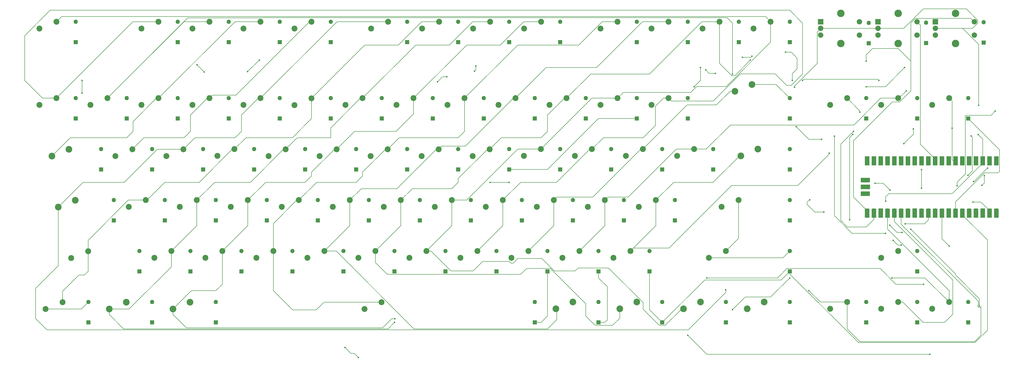
<source format=gbr>
%TF.GenerationSoftware,KiCad,Pcbnew,9.0.0*%
%TF.CreationDate,2025-03-26T17:33:26+05:30*%
%TF.ProjectId,RoyBoard,526f7942-6f61-4726-942e-6b696361645f,rev?*%
%TF.SameCoordinates,Original*%
%TF.FileFunction,Copper,L2,Bot*%
%TF.FilePolarity,Positive*%
%FSLAX46Y46*%
G04 Gerber Fmt 4.6, Leading zero omitted, Abs format (unit mm)*
G04 Created by KiCad (PCBNEW 9.0.0) date 2025-03-26 17:33:26*
%MOMM*%
%LPD*%
G01*
G04 APERTURE LIST*
%TA.AperFunction,ComponentPad*%
%ADD10C,2.200000*%
%TD*%
%TA.AperFunction,ComponentPad*%
%ADD11C,2.500000*%
%TD*%
%TA.AperFunction,ComponentPad*%
%ADD12R,2.000000X2.000000*%
%TD*%
%TA.AperFunction,ComponentPad*%
%ADD13C,2.000000*%
%TD*%
%TA.AperFunction,ComponentPad*%
%ADD14C,2.800000*%
%TD*%
%TA.AperFunction,ComponentPad*%
%ADD15R,1.600000X1.600000*%
%TD*%
%TA.AperFunction,ComponentPad*%
%ADD16O,1.600000X1.600000*%
%TD*%
%TA.AperFunction,ComponentPad*%
%ADD17O,1.700000X1.700000*%
%TD*%
%TA.AperFunction,SMDPad,CuDef*%
%ADD18R,1.700000X3.500000*%
%TD*%
%TA.AperFunction,ComponentPad*%
%ADD19R,1.700000X1.700000*%
%TD*%
%TA.AperFunction,SMDPad,CuDef*%
%ADD20R,3.500000X1.700000*%
%TD*%
%TA.AperFunction,ViaPad*%
%ADD21C,0.600000*%
%TD*%
%TA.AperFunction,Conductor*%
%ADD22C,0.200000*%
%TD*%
G04 APERTURE END LIST*
D10*
%TO.P,SW70,1,1*%
%TO.N,col10*%
X171775000Y-145120000D03*
%TO.P,SW70,2,2*%
%TO.N,Net-(D70-A)*%
X165425000Y-147660000D03*
%TD*%
%TO.P,SW10,1,1*%
%TO.N,col10*%
X259960000Y-40325000D03*
%TO.P,SW10,2,2*%
%TO.N,Net-(D10-A)*%
X253610000Y-42865000D03*
%TD*%
D11*
%TO.P,SW27,1,1*%
%TO.N,col3*%
X303755000Y-66330000D03*
%TO.P,SW27,2,2*%
%TO.N,Net-(D27-A)*%
X310105000Y-63790000D03*
%TD*%
D10*
%TO.P,SW58,1,1*%
%TO.N,col10*%
X131372500Y-126050000D03*
%TO.P,SW58,2,2*%
%TO.N,Net-(D58-A)*%
X125022500Y-128590000D03*
%TD*%
D11*
%TO.P,SW73,1,1*%
%TO.N,col1*%
X284537500Y-147600000D03*
%TO.P,SW73,2,2*%
%TO.N,Net-(D73-A)*%
X290887500Y-145060000D03*
%TD*%
D10*
%TO.P,SW57,1,1*%
%TO.N,col9*%
X112322500Y-126050000D03*
%TO.P,SW57,2,2*%
%TO.N,Net-(D57-A)*%
X105972500Y-128590000D03*
%TD*%
%TO.P,SW61,1,1*%
%TO.N,col1*%
X188522500Y-126050000D03*
%TO.P,SW61,2,2*%
%TO.N,Net-(D61-A)*%
X182172500Y-128590000D03*
%TD*%
%TO.P,SW53,1,1*%
%TO.N,col5*%
X274247500Y-107000000D03*
%TO.P,SW53,2,2*%
%TO.N,Net-(D53-A)*%
X267897500Y-109540000D03*
%TD*%
D11*
%TO.P,SW41,1,1*%
%TO.N,col5*%
X305995000Y-90455000D03*
%TO.P,SW41,2,2*%
%TO.N,Net-(D41-A)*%
X312345000Y-87915000D03*
%TD*%
D10*
%TO.P,SW80,1,1*%
%TO.N,col8*%
X364735000Y-145100000D03*
%TO.P,SW80,2,2*%
%TO.N,Net-(D80-A)*%
X358385000Y-147640000D03*
%TD*%
%TO.P,SW78,1,1*%
%TO.N,col6*%
X364735000Y-126050000D03*
%TO.P,SW78,2,2*%
%TO.N,Net-(D78-A)*%
X358385000Y-128590000D03*
%TD*%
%TO.P,SW43,1,1*%
%TO.N,col7*%
X83747500Y-107000000D03*
%TO.P,SW43,2,2*%
%TO.N,Net-(D43-A)*%
X77397500Y-109540000D03*
%TD*%
%TO.P,SW40,1,1*%
%TO.N,col4*%
X288515000Y-87945000D03*
%TO.P,SW40,2,2*%
%TO.N,Net-(D40-A)*%
X282165000Y-90485000D03*
%TD*%
%TO.P,SW24,1,1*%
%TO.N,col12*%
X240910000Y-68900000D03*
%TO.P,SW24,2,2*%
%TO.N,Net-(D24-A)*%
X234560000Y-71440000D03*
%TD*%
%TO.P,SW14,1,1*%
%TO.N,col2*%
X50387500Y-68870000D03*
%TO.P,SW14,2,2*%
%TO.N,Net-(D14-A)*%
X44037500Y-71410000D03*
%TD*%
%TO.P,SW46,1,1*%
%TO.N,col10*%
X140897500Y-107000000D03*
%TO.P,SW46,2,2*%
%TO.N,Net-(D46-A)*%
X134547500Y-109540000D03*
%TD*%
%TO.P,SW33,1,1*%
%TO.N,col9*%
X155025000Y-87975000D03*
%TO.P,SW33,2,2*%
%TO.N,Net-(D33-A)*%
X148675000Y-90515000D03*
%TD*%
%TO.P,SW31,1,1*%
%TO.N,col7*%
X116875000Y-87945000D03*
%TO.P,SW31,2,2*%
%TO.N,Net-(D31-A)*%
X110525000Y-90485000D03*
%TD*%
%TO.P,SW54,1,1*%
%TO.N,col6*%
X305175000Y-107000000D03*
%TO.P,SW54,2,2*%
%TO.N,Net-(D54-A)*%
X298825000Y-109540000D03*
%TD*%
%TO.P,SW30,1,1*%
%TO.N,col6*%
X97795000Y-87965000D03*
%TO.P,SW30,2,2*%
%TO.N,Net-(D30-A)*%
X91445000Y-90505000D03*
%TD*%
%TO.P,SW19,1,1*%
%TO.N,col7*%
X145655000Y-68925000D03*
%TO.P,SW19,2,2*%
%TO.N,Net-(D19-A)*%
X139305000Y-71465000D03*
%TD*%
%TO.P,SW47,1,1*%
%TO.N,col11*%
X159947500Y-107000000D03*
%TO.P,SW47,2,2*%
%TO.N,Net-(D47-A)*%
X153597500Y-109540000D03*
%TD*%
D12*
%TO.P,SW84,A,A*%
%TO.N,ec1_3*%
X378666250Y-40325000D03*
D13*
%TO.P,SW84,B,B*%
%TO.N,ec2_3*%
X378666250Y-45325000D03*
%TO.P,SW84,C,C*%
%TO.N,GND*%
X378666250Y-42825000D03*
D14*
%TO.P,SW84,MP*%
%TO.N,N/C*%
X386166250Y-37225000D03*
X386166250Y-48425000D03*
D13*
%TO.P,SW84,S1,S1*%
%TO.N,col12*%
X393166250Y-40325000D03*
%TO.P,SW84,S2,S2*%
%TO.N,Net-(D84-A)*%
X393166250Y-45325000D03*
%TD*%
D10*
%TO.P,SW1,1,1*%
%TO.N,col1*%
X50410000Y-40325000D03*
%TO.P,SW1,2,2*%
%TO.N,Net-(D1-A)*%
X44060000Y-42865000D03*
%TD*%
%TO.P,SW81,1,1*%
%TO.N,col9*%
X383785000Y-145100000D03*
%TO.P,SW81,2,2*%
%TO.N,Net-(D81-A)*%
X377435000Y-147640000D03*
%TD*%
%TO.P,SW75,1,1*%
%TO.N,col3*%
X345685000Y-68900000D03*
%TO.P,SW75,2,2*%
%TO.N,Net-(D75-A)*%
X339335000Y-71440000D03*
%TD*%
%TO.P,SW44,1,1*%
%TO.N,col8*%
X102797500Y-107000000D03*
%TO.P,SW44,2,2*%
%TO.N,Net-(D44-A)*%
X96447500Y-109540000D03*
%TD*%
%TO.P,SW25,1,1*%
%TO.N,col1*%
X259960000Y-68900000D03*
%TO.P,SW25,2,2*%
%TO.N,Net-(D25-A)*%
X253610000Y-71440000D03*
%TD*%
%TO.P,SW3,1,1*%
%TO.N,col3*%
X107560000Y-40325000D03*
%TO.P,SW3,2,2*%
%TO.N,Net-(D3-A)*%
X101210000Y-42865000D03*
%TD*%
%TO.P,SW35,1,1*%
%TO.N,col11*%
X193135000Y-87965000D03*
%TO.P,SW35,2,2*%
%TO.N,Net-(D35-A)*%
X186785000Y-90505000D03*
%TD*%
%TO.P,SW56,1,1*%
%TO.N,col8*%
X93272500Y-126050000D03*
%TO.P,SW56,2,2*%
%TO.N,Net-(D56-A)*%
X86922500Y-128590000D03*
%TD*%
%TO.P,SW67,1,1*%
%TO.N,col7*%
X52695000Y-145170000D03*
%TO.P,SW67,2,2*%
%TO.N,Net-(D67-A)*%
X46345000Y-147710000D03*
%TD*%
%TO.P,SW60,1,1*%
%TO.N,col12*%
X169472500Y-126050000D03*
%TO.P,SW60,2,2*%
%TO.N,Net-(D60-A)*%
X163122500Y-128590000D03*
%TD*%
%TO.P,SW7,1,1*%
%TO.N,col7*%
X193285000Y-40325000D03*
%TO.P,SW7,2,2*%
%TO.N,Net-(D7-A)*%
X186935000Y-42865000D03*
%TD*%
%TO.P,SW2,1,1*%
%TO.N,col2*%
X88510000Y-40325000D03*
%TO.P,SW2,2,2*%
%TO.N,Net-(D2-A)*%
X82160000Y-42865000D03*
%TD*%
%TO.P,SW77,1,1*%
%TO.N,col5*%
X383785000Y-68900000D03*
%TO.P,SW77,2,2*%
%TO.N,Net-(D77-A)*%
X377435000Y-71440000D03*
%TD*%
D11*
%TO.P,SW72,1,1*%
%TO.N,col12*%
X260757500Y-147620000D03*
%TO.P,SW72,2,2*%
%TO.N,Net-(D72-A)*%
X267107500Y-145080000D03*
%TD*%
%TO.P,SW42,1,1*%
%TO.N,col6*%
X51045000Y-109555000D03*
%TO.P,SW42,2,2*%
%TO.N,Net-(D42-A)*%
X57395000Y-107015000D03*
%TD*%
D10*
%TO.P,SW79,1,1*%
%TO.N,col7*%
X345685000Y-145100000D03*
%TO.P,SW79,2,2*%
%TO.N,Net-(D79-A)*%
X339335000Y-147640000D03*
%TD*%
%TO.P,SW13,1,1*%
%TO.N,col1*%
X317110000Y-40325000D03*
%TO.P,SW13,2,2*%
%TO.N,Net-(D13-A)*%
X310760000Y-42865000D03*
%TD*%
D11*
%TO.P,SW28,1,1*%
%TO.N,col4*%
X48655000Y-90515000D03*
%TO.P,SW28,2,2*%
%TO.N,Net-(D28-A)*%
X55005000Y-87975000D03*
%TD*%
D10*
%TO.P,SW9,1,1*%
%TO.N,col9*%
X231385000Y-40325000D03*
%TO.P,SW9,2,2*%
%TO.N,Net-(D9-A)*%
X225035000Y-42865000D03*
%TD*%
%TO.P,SW18,1,1*%
%TO.N,col6*%
X126610000Y-68900000D03*
%TO.P,SW18,2,2*%
%TO.N,Net-(D18-A)*%
X120260000Y-71440000D03*
%TD*%
%TO.P,SW12,1,1*%
%TO.N,col12*%
X298060000Y-40325000D03*
%TO.P,SW12,2,2*%
%TO.N,Net-(D12-A)*%
X291710000Y-42865000D03*
%TD*%
%TO.P,SW50,1,1*%
%TO.N,col2*%
X217097500Y-107000000D03*
%TO.P,SW50,2,2*%
%TO.N,Net-(D50-A)*%
X210747500Y-109540000D03*
%TD*%
%TO.P,SW63,1,1*%
%TO.N,col3*%
X226622500Y-126050000D03*
%TO.P,SW63,2,2*%
%TO.N,Net-(D63-A)*%
X220272500Y-128590000D03*
%TD*%
%TO.P,SW59,1,1*%
%TO.N,col11*%
X150422500Y-126050000D03*
%TO.P,SW59,2,2*%
%TO.N,Net-(D59-A)*%
X144072500Y-128590000D03*
%TD*%
%TO.P,SW21,1,1*%
%TO.N,col9*%
X183760000Y-68900000D03*
%TO.P,SW21,2,2*%
%TO.N,Net-(D21-A)*%
X177410000Y-71440000D03*
%TD*%
%TO.P,SW16,1,1*%
%TO.N,col4*%
X88510000Y-68900000D03*
%TO.P,SW16,2,2*%
%TO.N,Net-(D16-A)*%
X82160000Y-71440000D03*
%TD*%
%TO.P,SW29,1,1*%
%TO.N,col5*%
X78755000Y-87965000D03*
%TO.P,SW29,2,2*%
%TO.N,Net-(D29-A)*%
X72405000Y-90505000D03*
%TD*%
D11*
%TO.P,SW68,1,1*%
%TO.N,col8*%
X70067500Y-147680000D03*
%TO.P,SW68,2,2*%
%TO.N,Net-(D68-A)*%
X76417500Y-145140000D03*
%TD*%
%TO.P,SW74,1,1*%
%TO.N,col2*%
X308377500Y-147610000D03*
%TO.P,SW74,2,2*%
%TO.N,Net-(D74-A)*%
X314727500Y-145070000D03*
%TD*%
D10*
%TO.P,SW65,1,1*%
%TO.N,col5*%
X264722500Y-126050000D03*
%TO.P,SW65,2,2*%
%TO.N,Net-(D65-A)*%
X258372500Y-128590000D03*
%TD*%
%TO.P,SW49,1,1*%
%TO.N,col1*%
X198047500Y-107000000D03*
%TO.P,SW49,2,2*%
%TO.N,Net-(D49-A)*%
X191697500Y-109540000D03*
%TD*%
%TO.P,SW34,1,1*%
%TO.N,col10*%
X174095000Y-87975000D03*
%TO.P,SW34,2,2*%
%TO.N,Net-(D34-A)*%
X167745000Y-90515000D03*
%TD*%
%TO.P,SW37,1,1*%
%TO.N,col1*%
X231295000Y-87955000D03*
%TO.P,SW37,2,2*%
%TO.N,Net-(D37-A)*%
X224945000Y-90495000D03*
%TD*%
%TO.P,SW38,1,1*%
%TO.N,col2*%
X250355000Y-87955000D03*
%TO.P,SW38,2,2*%
%TO.N,Net-(D38-A)*%
X244005000Y-90495000D03*
%TD*%
%TO.P,SW45,1,1*%
%TO.N,col9*%
X121847500Y-107000000D03*
%TO.P,SW45,2,2*%
%TO.N,Net-(D45-A)*%
X115497500Y-109540000D03*
%TD*%
%TO.P,SW66,1,1*%
%TO.N,col6*%
X300415000Y-126040000D03*
%TO.P,SW66,2,2*%
%TO.N,Net-(D66-A)*%
X294065000Y-128580000D03*
%TD*%
%TO.P,SW17,1,1*%
%TO.N,col5*%
X107560000Y-68900000D03*
%TO.P,SW17,2,2*%
%TO.N,Net-(D17-A)*%
X101210000Y-71440000D03*
%TD*%
%TO.P,SW64,1,1*%
%TO.N,col4*%
X245672500Y-126050000D03*
%TO.P,SW64,2,2*%
%TO.N,Net-(D64-A)*%
X239322500Y-128590000D03*
%TD*%
D12*
%TO.P,SW83,A,A*%
%TO.N,ec1_1*%
X357235000Y-40325000D03*
D13*
%TO.P,SW83,B,B*%
%TO.N,ec2_1*%
X357235000Y-45325000D03*
%TO.P,SW83,C,C*%
%TO.N,GND*%
X357235000Y-42825000D03*
D14*
%TO.P,SW83,MP*%
%TO.N,N/C*%
X364735000Y-37225000D03*
X364735000Y-48425000D03*
D13*
%TO.P,SW83,S1,S1*%
%TO.N,col10*%
X371735000Y-40325000D03*
%TO.P,SW83,S2,S2*%
%TO.N,Net-(D82-A)*%
X371735000Y-45325000D03*
%TD*%
D10*
%TO.P,SW6,1,1*%
%TO.N,col6*%
X174235000Y-40325000D03*
%TO.P,SW6,2,2*%
%TO.N,Net-(D6-A)*%
X167885000Y-42865000D03*
%TD*%
%TO.P,SW15,1,1*%
%TO.N,col3*%
X69460000Y-68900000D03*
%TO.P,SW15,2,2*%
%TO.N,Net-(D15-A)*%
X63110000Y-71440000D03*
%TD*%
%TO.P,SW26,1,1*%
%TO.N,col2*%
X279010000Y-68900000D03*
%TO.P,SW26,2,2*%
%TO.N,Net-(D26-A)*%
X272660000Y-71440000D03*
%TD*%
%TO.P,SW8,1,1*%
%TO.N,col8*%
X212335000Y-40325000D03*
%TO.P,SW8,2,2*%
%TO.N,Net-(D8-A)*%
X205985000Y-42865000D03*
%TD*%
D11*
%TO.P,SW69,1,1*%
%TO.N,col9*%
X93907500Y-147680000D03*
%TO.P,SW69,2,2*%
%TO.N,Net-(D69-A)*%
X100257500Y-145140000D03*
%TD*%
D10*
%TO.P,SW48,1,1*%
%TO.N,col12*%
X178997500Y-107000000D03*
%TO.P,SW48,2,2*%
%TO.N,Net-(D48-A)*%
X172647500Y-109540000D03*
%TD*%
%TO.P,SW39,1,1*%
%TO.N,col3*%
X269445000Y-87945000D03*
%TO.P,SW39,2,2*%
%TO.N,Net-(D39-A)*%
X263095000Y-90485000D03*
%TD*%
%TO.P,SW4,1,1*%
%TO.N,col4*%
X126610000Y-40325000D03*
%TO.P,SW4,2,2*%
%TO.N,Net-(D4-A)*%
X120260000Y-42865000D03*
%TD*%
D11*
%TO.P,SW71,1,1*%
%TO.N,col11*%
X236907500Y-147640000D03*
%TO.P,SW71,2,2*%
%TO.N,Net-(D71-A)*%
X243257500Y-145100000D03*
%TD*%
D10*
%TO.P,SW52,1,1*%
%TO.N,col4*%
X255197500Y-107000000D03*
%TO.P,SW52,2,2*%
%TO.N,Net-(D52-A)*%
X248847500Y-109540000D03*
%TD*%
%TO.P,SW23,1,1*%
%TO.N,col11*%
X221860000Y-68900000D03*
%TO.P,SW23,2,2*%
%TO.N,Net-(D23-A)*%
X215510000Y-71440000D03*
%TD*%
%TO.P,SW76,1,1*%
%TO.N,col4*%
X364735000Y-68900000D03*
%TO.P,SW76,2,2*%
%TO.N,Net-(D76-A)*%
X358385000Y-71440000D03*
%TD*%
D12*
%TO.P,SW82,A,A*%
%TO.N,ec1_2*%
X335803750Y-40325000D03*
D13*
%TO.P,SW82,B,B*%
%TO.N,ec2_2*%
X335803750Y-45325000D03*
%TO.P,SW82,C,C*%
%TO.N,GND*%
X335803750Y-42825000D03*
D14*
%TO.P,SW82,MP*%
%TO.N,N/C*%
X343303750Y-37225000D03*
X343303750Y-48425000D03*
D13*
%TO.P,SW82,S1,S1*%
%TO.N,col11*%
X350303750Y-40325000D03*
%TO.P,SW82,S2,S2*%
%TO.N,Net-(D83-A)*%
X350303750Y-45325000D03*
%TD*%
D10*
%TO.P,SW22,1,1*%
%TO.N,col10*%
X202810000Y-68900000D03*
%TO.P,SW22,2,2*%
%TO.N,Net-(D22-A)*%
X196460000Y-71440000D03*
%TD*%
%TO.P,SW62,1,1*%
%TO.N,col2*%
X207572500Y-126050000D03*
%TO.P,SW62,2,2*%
%TO.N,Net-(D62-A)*%
X201222500Y-128590000D03*
%TD*%
%TO.P,SW51,1,1*%
%TO.N,col3*%
X236147500Y-107000000D03*
%TO.P,SW51,2,2*%
%TO.N,Net-(D51-A)*%
X229797500Y-109540000D03*
%TD*%
%TO.P,SW20,1,1*%
%TO.N,col8*%
X164710000Y-68900000D03*
%TO.P,SW20,2,2*%
%TO.N,Net-(D20-A)*%
X158360000Y-71440000D03*
%TD*%
%TO.P,SW55,1,1*%
%TO.N,col7*%
X62205000Y-126120000D03*
%TO.P,SW55,2,2*%
%TO.N,Net-(D55-A)*%
X55855000Y-128660000D03*
%TD*%
%TO.P,SW36,1,1*%
%TO.N,col12*%
X212205000Y-87965000D03*
%TO.P,SW36,2,2*%
%TO.N,Net-(D36-A)*%
X205855000Y-90505000D03*
%TD*%
%TO.P,SW11,1,1*%
%TO.N,col11*%
X279010000Y-40325000D03*
%TO.P,SW11,2,2*%
%TO.N,Net-(D11-A)*%
X272660000Y-42865000D03*
%TD*%
%TO.P,SW5,1,1*%
%TO.N,col5*%
X145660000Y-40325000D03*
%TO.P,SW5,2,2*%
%TO.N,Net-(D5-A)*%
X139310000Y-42865000D03*
%TD*%
%TO.P,SW32,1,1*%
%TO.N,col8*%
X135945000Y-87985000D03*
%TO.P,SW32,2,2*%
%TO.N,Net-(D32-A)*%
X129595000Y-90525000D03*
%TD*%
D15*
%TO.P,D53,1,K*%
%TO.N,row5*%
X281391250Y-114620000D03*
D16*
%TO.P,D53,2,A*%
%TO.N,Net-(D53-A)*%
X281391250Y-107000000D03*
%TD*%
D15*
%TO.P,D73,1,K*%
%TO.N,row7*%
X300441250Y-152720000D03*
D16*
%TO.P,D73,2,A*%
%TO.N,Net-(D73-A)*%
X300441250Y-145100000D03*
%TD*%
D15*
%TO.P,D2,1,K*%
%TO.N,row1*%
X95653750Y-47945000D03*
D16*
%TO.P,D2,2,A*%
%TO.N,Net-(D2-A)*%
X95653750Y-40325000D03*
%TD*%
D15*
%TO.P,D61,1,K*%
%TO.N,row6*%
X195666250Y-133670000D03*
D16*
%TO.P,D61,2,A*%
%TO.N,Net-(D61-A)*%
X195666250Y-126050000D03*
%TD*%
D15*
%TO.P,D15,1,K*%
%TO.N,row2*%
X76603750Y-76520000D03*
D16*
%TO.P,D15,2,A*%
%TO.N,Net-(D15-A)*%
X76603750Y-68900000D03*
%TD*%
D15*
%TO.P,D39,1,K*%
%TO.N,row4*%
X276628750Y-95570000D03*
D16*
%TO.P,D39,2,A*%
%TO.N,Net-(D39-A)*%
X276628750Y-87950000D03*
%TD*%
D15*
%TO.P,D81,1,K*%
%TO.N,row7*%
X390928750Y-152720000D03*
D16*
%TO.P,D81,2,A*%
%TO.N,Net-(D81-A)*%
X390928750Y-145100000D03*
%TD*%
D15*
%TO.P,D5,1,K*%
%TO.N,row1*%
X152803750Y-47945000D03*
D16*
%TO.P,D5,2,A*%
%TO.N,Net-(D5-A)*%
X152803750Y-40325000D03*
%TD*%
D15*
%TO.P,D44,1,K*%
%TO.N,row4*%
X109941250Y-114620000D03*
D16*
%TO.P,D44,2,A*%
%TO.N,Net-(D44-A)*%
X109941250Y-107000000D03*
%TD*%
D15*
%TO.P,D8,1,K*%
%TO.N,row1*%
X219478750Y-47945000D03*
D16*
%TO.P,D8,2,A*%
%TO.N,Net-(D8-A)*%
X219478750Y-40325000D03*
%TD*%
D15*
%TO.P,D21,1,K*%
%TO.N,row2*%
X190903750Y-76520000D03*
D16*
%TO.P,D21,2,A*%
%TO.N,Net-(D21-A)*%
X190903750Y-68900000D03*
%TD*%
D15*
%TO.P,D77,1,K*%
%TO.N,row7*%
X390928750Y-76520000D03*
D16*
%TO.P,D77,2,A*%
%TO.N,Net-(D77-A)*%
X390928750Y-68900000D03*
%TD*%
D15*
%TO.P,D1,1,K*%
%TO.N,row1*%
X57553750Y-47945000D03*
D16*
%TO.P,D1,2,A*%
%TO.N,Net-(D1-A)*%
X57553750Y-40325000D03*
%TD*%
D15*
%TO.P,D35,1,K*%
%TO.N,row3*%
X200428750Y-95570000D03*
D16*
%TO.P,D35,2,A*%
%TO.N,Net-(D35-A)*%
X200428750Y-87950000D03*
%TD*%
D15*
%TO.P,D10,1,K*%
%TO.N,row1*%
X267103750Y-47945000D03*
D16*
%TO.P,D10,2,A*%
%TO.N,Net-(D10-A)*%
X267103750Y-40325000D03*
%TD*%
D15*
%TO.P,D41,1,K*%
%TO.N,row4*%
X324253750Y-95570000D03*
D16*
%TO.P,D41,2,A*%
%TO.N,Net-(D41-A)*%
X324253750Y-87950000D03*
%TD*%
D15*
%TO.P,D42,1,K*%
%TO.N,row4*%
X71841250Y-114620000D03*
D16*
%TO.P,D42,2,A*%
%TO.N,Net-(D42-A)*%
X71841250Y-107000000D03*
%TD*%
D15*
%TO.P,D23,1,K*%
%TO.N,row2*%
X229003750Y-76520000D03*
D16*
%TO.P,D23,2,A*%
%TO.N,Net-(D23-A)*%
X229003750Y-68900000D03*
%TD*%
D15*
%TO.P,D40,1,K*%
%TO.N,row4*%
X295678750Y-95570000D03*
D16*
%TO.P,D40,2,A*%
%TO.N,Net-(D40-A)*%
X295678750Y-87950000D03*
%TD*%
D15*
%TO.P,D58,1,K*%
%TO.N,row5*%
X138516250Y-133670000D03*
D16*
%TO.P,D58,2,A*%
%TO.N,Net-(D58-A)*%
X138516250Y-126050000D03*
%TD*%
D15*
%TO.P,D60,1,K*%
%TO.N,row5*%
X176616250Y-133670000D03*
D16*
%TO.P,D60,2,A*%
%TO.N,Net-(D60-A)*%
X176616250Y-126050000D03*
%TD*%
D15*
%TO.P,D52,1,K*%
%TO.N,row5*%
X262341250Y-114620000D03*
D16*
%TO.P,D52,2,A*%
%TO.N,Net-(D52-A)*%
X262341250Y-107000000D03*
%TD*%
D15*
%TO.P,D32,1,K*%
%TO.N,row3*%
X143278750Y-95570000D03*
D16*
%TO.P,D32,2,A*%
%TO.N,Net-(D32-A)*%
X143278750Y-87950000D03*
%TD*%
D15*
%TO.P,D74,1,K*%
%TO.N,row7*%
X324253750Y-152720000D03*
D16*
%TO.P,D74,2,A*%
%TO.N,Net-(D74-A)*%
X324253750Y-145100000D03*
%TD*%
D15*
%TO.P,D26,1,K*%
%TO.N,row3*%
X286153750Y-76520000D03*
D16*
%TO.P,D26,2,A*%
%TO.N,Net-(D26-A)*%
X286153750Y-68900000D03*
%TD*%
D15*
%TO.P,D64,1,K*%
%TO.N,row6*%
X252816250Y-133670000D03*
D16*
%TO.P,D64,2,A*%
%TO.N,Net-(D64-A)*%
X252816250Y-126050000D03*
%TD*%
D15*
%TO.P,D17,1,K*%
%TO.N,row2*%
X114703750Y-76520000D03*
D16*
%TO.P,D17,2,A*%
%TO.N,Net-(D17-A)*%
X114703750Y-68900000D03*
%TD*%
D15*
%TO.P,D6,1,K*%
%TO.N,row1*%
X181378750Y-47945000D03*
D16*
%TO.P,D6,2,A*%
%TO.N,Net-(D6-A)*%
X181378750Y-40325000D03*
%TD*%
D15*
%TO.P,D27,1,K*%
%TO.N,row3*%
X324253750Y-76520000D03*
D16*
%TO.P,D27,2,A*%
%TO.N,Net-(D27-A)*%
X324253750Y-68900000D03*
%TD*%
D15*
%TO.P,D62,1,K*%
%TO.N,row6*%
X214716250Y-133670000D03*
D16*
%TO.P,D62,2,A*%
%TO.N,Net-(D62-A)*%
X214716250Y-126050000D03*
%TD*%
D15*
%TO.P,D12,1,K*%
%TO.N,row1*%
X305203750Y-47945000D03*
D16*
%TO.P,D12,2,A*%
%TO.N,Net-(D12-A)*%
X305203750Y-40325000D03*
%TD*%
D15*
%TO.P,D84,1,K*%
%TO.N,row7*%
X396685000Y-48100000D03*
D16*
%TO.P,D84,2,A*%
%TO.N,Net-(D84-A)*%
X396685000Y-40480000D03*
%TD*%
D15*
%TO.P,D20,1,K*%
%TO.N,row2*%
X171853750Y-76520000D03*
D16*
%TO.P,D20,2,A*%
%TO.N,Net-(D20-A)*%
X171853750Y-68900000D03*
%TD*%
D15*
%TO.P,D63,1,K*%
%TO.N,row6*%
X233766250Y-133670000D03*
D16*
%TO.P,D63,2,A*%
%TO.N,Net-(D63-A)*%
X233766250Y-126050000D03*
%TD*%
D15*
%TO.P,D38,1,K*%
%TO.N,row4*%
X257578750Y-95570000D03*
D16*
%TO.P,D38,2,A*%
%TO.N,Net-(D38-A)*%
X257578750Y-87950000D03*
%TD*%
D15*
%TO.P,D78,1,K*%
%TO.N,row7*%
X371878750Y-133670000D03*
D16*
%TO.P,D78,2,A*%
%TO.N,Net-(D78-A)*%
X371878750Y-126050000D03*
%TD*%
D15*
%TO.P,D67,1,K*%
%TO.N,row6*%
X62316250Y-152720000D03*
D16*
%TO.P,D67,2,A*%
%TO.N,Net-(D67-A)*%
X62316250Y-145100000D03*
%TD*%
D15*
%TO.P,D83,1,K*%
%TO.N,row7*%
X353755000Y-48370000D03*
D16*
%TO.P,D83,2,A*%
%TO.N,Net-(D83-A)*%
X353755000Y-40750000D03*
%TD*%
D15*
%TO.P,D22,1,K*%
%TO.N,row2*%
X209953750Y-76520000D03*
D16*
%TO.P,D22,2,A*%
%TO.N,Net-(D22-A)*%
X209953750Y-68900000D03*
%TD*%
D15*
%TO.P,D19,1,K*%
%TO.N,row2*%
X152803750Y-76520000D03*
D16*
%TO.P,D19,2,A*%
%TO.N,Net-(D19-A)*%
X152803750Y-68900000D03*
%TD*%
D15*
%TO.P,D51,1,K*%
%TO.N,row5*%
X243291250Y-114620000D03*
D16*
%TO.P,D51,2,A*%
%TO.N,Net-(D51-A)*%
X243291250Y-107000000D03*
%TD*%
D15*
%TO.P,D76,1,K*%
%TO.N,row7*%
X371878750Y-76520000D03*
D16*
%TO.P,D76,2,A*%
%TO.N,Net-(D76-A)*%
X371878750Y-68900000D03*
%TD*%
D15*
%TO.P,D47,1,K*%
%TO.N,row4*%
X167091250Y-114620000D03*
D16*
%TO.P,D47,2,A*%
%TO.N,Net-(D47-A)*%
X167091250Y-107000000D03*
%TD*%
D15*
%TO.P,D33,1,K*%
%TO.N,row3*%
X162328750Y-95570000D03*
D16*
%TO.P,D33,2,A*%
%TO.N,Net-(D33-A)*%
X162328750Y-87950000D03*
%TD*%
D15*
%TO.P,D18,1,K*%
%TO.N,row2*%
X133753750Y-76520000D03*
D16*
%TO.P,D18,2,A*%
%TO.N,Net-(D18-A)*%
X133753750Y-68900000D03*
%TD*%
D15*
%TO.P,D59,1,K*%
%TO.N,row5*%
X157566250Y-133670000D03*
D16*
%TO.P,D59,2,A*%
%TO.N,Net-(D59-A)*%
X157566250Y-126050000D03*
%TD*%
D15*
%TO.P,D55,1,K*%
%TO.N,row5*%
X81366250Y-133670000D03*
D16*
%TO.P,D55,2,A*%
%TO.N,Net-(D55-A)*%
X81366250Y-126050000D03*
%TD*%
D15*
%TO.P,D50,1,K*%
%TO.N,row5*%
X224241250Y-114620000D03*
D16*
%TO.P,D50,2,A*%
%TO.N,Net-(D50-A)*%
X224241250Y-107000000D03*
%TD*%
D15*
%TO.P,D49,1,K*%
%TO.N,row5*%
X205191250Y-114620000D03*
D16*
%TO.P,D49,2,A*%
%TO.N,Net-(D49-A)*%
X205191250Y-107000000D03*
%TD*%
D15*
%TO.P,D68,1,K*%
%TO.N,row6*%
X86128750Y-152720000D03*
D16*
%TO.P,D68,2,A*%
%TO.N,Net-(D68-A)*%
X86128750Y-145100000D03*
%TD*%
D15*
%TO.P,D7,1,K*%
%TO.N,row1*%
X200428750Y-47945000D03*
D16*
%TO.P,D7,2,A*%
%TO.N,Net-(D7-A)*%
X200428750Y-40325000D03*
%TD*%
D15*
%TO.P,D3,1,K*%
%TO.N,row1*%
X114703750Y-47945000D03*
D16*
%TO.P,D3,2,A*%
%TO.N,Net-(D3-A)*%
X114703750Y-40325000D03*
%TD*%
D15*
%TO.P,D71,1,K*%
%TO.N,row6*%
X252816250Y-152720000D03*
D16*
%TO.P,D71,2,A*%
%TO.N,Net-(D71-A)*%
X252816250Y-145100000D03*
%TD*%
D15*
%TO.P,D57,1,K*%
%TO.N,row5*%
X119466250Y-133670000D03*
D16*
%TO.P,D57,2,A*%
%TO.N,Net-(D57-A)*%
X119466250Y-126050000D03*
%TD*%
D15*
%TO.P,D75,1,K*%
%TO.N,row7*%
X352828750Y-76520000D03*
D16*
%TO.P,D75,2,A*%
%TO.N,Net-(D75-A)*%
X352828750Y-68900000D03*
%TD*%
D15*
%TO.P,D54,1,K*%
%TO.N,row5*%
X324253750Y-114620000D03*
D16*
%TO.P,D54,2,A*%
%TO.N,Net-(D54-A)*%
X324253750Y-107000000D03*
%TD*%
D15*
%TO.P,D9,1,K*%
%TO.N,row1*%
X238528750Y-47945000D03*
D16*
%TO.P,D9,2,A*%
%TO.N,Net-(D9-A)*%
X238528750Y-40325000D03*
%TD*%
D15*
%TO.P,D25,1,K*%
%TO.N,row3*%
X267103750Y-76520000D03*
D16*
%TO.P,D25,2,A*%
%TO.N,Net-(D25-A)*%
X267103750Y-68900000D03*
%TD*%
D15*
%TO.P,D11,1,K*%
%TO.N,row1*%
X286153750Y-47945000D03*
D16*
%TO.P,D11,2,A*%
%TO.N,Net-(D11-A)*%
X286153750Y-40325000D03*
%TD*%
D15*
%TO.P,D16,1,K*%
%TO.N,row2*%
X95653750Y-76520000D03*
D16*
%TO.P,D16,2,A*%
%TO.N,Net-(D16-A)*%
X95653750Y-68900000D03*
%TD*%
D15*
%TO.P,D46,1,K*%
%TO.N,row4*%
X148041250Y-114620000D03*
D16*
%TO.P,D46,2,A*%
%TO.N,Net-(D46-A)*%
X148041250Y-107000000D03*
%TD*%
D15*
%TO.P,D37,1,K*%
%TO.N,row4*%
X238528750Y-95570000D03*
D16*
%TO.P,D37,2,A*%
%TO.N,Net-(D37-A)*%
X238528750Y-87950000D03*
%TD*%
D15*
%TO.P,D65,1,K*%
%TO.N,row6*%
X271866250Y-133670000D03*
D16*
%TO.P,D65,2,A*%
%TO.N,Net-(D65-A)*%
X271866250Y-126050000D03*
%TD*%
D15*
%TO.P,D43,1,K*%
%TO.N,row4*%
X90891250Y-114620000D03*
D16*
%TO.P,D43,2,A*%
%TO.N,Net-(D43-A)*%
X90891250Y-107000000D03*
%TD*%
D15*
%TO.P,D66,1,K*%
%TO.N,row6*%
X324253750Y-133670000D03*
D16*
%TO.P,D66,2,A*%
%TO.N,Net-(D66-A)*%
X324253750Y-126050000D03*
%TD*%
D15*
%TO.P,D29,1,K*%
%TO.N,row3*%
X86128750Y-95570000D03*
D16*
%TO.P,D29,2,A*%
%TO.N,Net-(D29-A)*%
X86128750Y-87950000D03*
%TD*%
D15*
%TO.P,D14,1,K*%
%TO.N,row2*%
X57553750Y-76520000D03*
D16*
%TO.P,D14,2,A*%
%TO.N,Net-(D14-A)*%
X57553750Y-68900000D03*
%TD*%
D15*
%TO.P,D70,1,K*%
%TO.N,row6*%
X229003750Y-152720000D03*
D16*
%TO.P,D70,2,A*%
%TO.N,Net-(D70-A)*%
X229003750Y-145100000D03*
%TD*%
D15*
%TO.P,D31,1,K*%
%TO.N,row3*%
X124228750Y-95570000D03*
D16*
%TO.P,D31,2,A*%
%TO.N,Net-(D31-A)*%
X124228750Y-87950000D03*
%TD*%
D15*
%TO.P,D56,1,K*%
%TO.N,row5*%
X100416250Y-133670000D03*
D16*
%TO.P,D56,2,A*%
%TO.N,Net-(D56-A)*%
X100416250Y-126050000D03*
%TD*%
D15*
%TO.P,D82,1,K*%
%TO.N,row7*%
X375175000Y-48310000D03*
D16*
%TO.P,D82,2,A*%
%TO.N,Net-(D82-A)*%
X375175000Y-40690000D03*
%TD*%
D15*
%TO.P,D69,1,K*%
%TO.N,row6*%
X109941250Y-152720000D03*
D16*
%TO.P,D69,2,A*%
%TO.N,Net-(D69-A)*%
X109941250Y-145100000D03*
%TD*%
D15*
%TO.P,D72,1,K*%
%TO.N,row6*%
X276628750Y-152720000D03*
D16*
%TO.P,D72,2,A*%
%TO.N,Net-(D72-A)*%
X276628750Y-145100000D03*
%TD*%
D15*
%TO.P,D45,1,K*%
%TO.N,row4*%
X128991250Y-114620000D03*
D16*
%TO.P,D45,2,A*%
%TO.N,Net-(D45-A)*%
X128991250Y-107000000D03*
%TD*%
D15*
%TO.P,D48,1,K*%
%TO.N,row4*%
X186141250Y-114620000D03*
D16*
%TO.P,D48,2,A*%
%TO.N,Net-(D48-A)*%
X186141250Y-107000000D03*
%TD*%
D15*
%TO.P,D36,1,K*%
%TO.N,row3*%
X219478750Y-95570000D03*
D16*
%TO.P,D36,2,A*%
%TO.N,Net-(D36-A)*%
X219478750Y-87950000D03*
%TD*%
D15*
%TO.P,D4,1,K*%
%TO.N,row1*%
X133753750Y-47945000D03*
D16*
%TO.P,D4,2,A*%
%TO.N,Net-(D4-A)*%
X133753750Y-40325000D03*
%TD*%
D15*
%TO.P,D28,1,K*%
%TO.N,row3*%
X67078750Y-95570000D03*
D16*
%TO.P,D28,2,A*%
%TO.N,Net-(D28-A)*%
X67078750Y-87950000D03*
%TD*%
D15*
%TO.P,D30,1,K*%
%TO.N,row3*%
X105178750Y-95570000D03*
D16*
%TO.P,D30,2,A*%
%TO.N,Net-(D30-A)*%
X105178750Y-87950000D03*
%TD*%
D15*
%TO.P,D13,1,K*%
%TO.N,row2*%
X324253750Y-47945000D03*
D16*
%TO.P,D13,2,A*%
%TO.N,Net-(D13-A)*%
X324253750Y-40325000D03*
%TD*%
D15*
%TO.P,D24,1,K*%
%TO.N,row2*%
X248053750Y-76520000D03*
D16*
%TO.P,D24,2,A*%
%TO.N,Net-(D24-A)*%
X248053750Y-68900000D03*
%TD*%
D17*
%TO.P,U1,1,GPIO0*%
%TO.N,row1*%
X401406250Y-110968750D03*
D18*
X401406250Y-111868750D03*
D17*
%TO.P,U1,2,GPIO1*%
%TO.N,row2*%
X398866250Y-110968750D03*
D18*
X398866250Y-111868750D03*
D19*
%TO.P,U1,3,GND*%
%TO.N,unconnected-(U1-GND-Pad3)*%
X396326250Y-110968750D03*
D18*
X396326250Y-111868750D03*
D17*
%TO.P,U1,4,GPIO2*%
%TO.N,row4*%
X393786250Y-110968750D03*
D18*
X393786250Y-111868750D03*
D17*
%TO.P,U1,5,GPIO3*%
%TO.N,row5*%
X391246250Y-110968750D03*
D18*
X391246250Y-111868750D03*
D17*
%TO.P,U1,6,GPIO4*%
%TO.N,row6*%
X388706250Y-110968750D03*
D18*
X388706250Y-111868750D03*
D17*
%TO.P,U1,7,GPIO5*%
%TO.N,row7*%
X386166250Y-110968750D03*
D18*
X386166250Y-111868750D03*
D19*
%TO.P,U1,8,GND*%
%TO.N,unconnected-(U1-GND-Pad8)*%
X383626250Y-110968750D03*
D18*
X383626250Y-111868750D03*
D17*
%TO.P,U1,9,GPIO6*%
%TO.N,col1*%
X381086250Y-110968750D03*
D18*
X381086250Y-111868750D03*
D17*
%TO.P,U1,10,GPIO7*%
%TO.N,col2*%
X378546250Y-110968750D03*
D18*
X378546250Y-111868750D03*
D17*
%TO.P,U1,11,GPIO8*%
%TO.N,col3*%
X376006250Y-110968750D03*
D18*
X376006250Y-111868750D03*
D17*
%TO.P,U1,12,GPIO9*%
%TO.N,col4*%
X373466250Y-110968750D03*
D18*
X373466250Y-111868750D03*
D19*
%TO.P,U1,13,GND*%
%TO.N,unconnected-(U1-GND-Pad13)*%
X370926250Y-110968750D03*
D18*
X370926250Y-111868750D03*
D17*
%TO.P,U1,14,GPIO10*%
%TO.N,col6*%
X368386250Y-110968750D03*
D18*
X368386250Y-111868750D03*
D17*
%TO.P,U1,15,GPIO11*%
%TO.N,col7*%
X365846250Y-110968750D03*
D18*
X365846250Y-111868750D03*
D17*
%TO.P,U1,16,GPIO12*%
%TO.N,col8*%
X363306250Y-110968750D03*
D18*
X363306250Y-111868750D03*
D17*
%TO.P,U1,17,GPIO13*%
%TO.N,col9*%
X360766250Y-110968750D03*
D18*
X360766250Y-111868750D03*
D19*
%TO.P,U1,18,GND*%
%TO.N,unconnected-(U1-GND-Pad18)*%
X358226250Y-110968750D03*
D18*
X358226250Y-111868750D03*
D17*
%TO.P,U1,19,GPIO14*%
%TO.N,col11*%
X355686250Y-110968750D03*
D18*
X355686250Y-111868750D03*
D17*
%TO.P,U1,20,GPIO15*%
%TO.N,col12*%
X353146250Y-110968750D03*
D18*
X353146250Y-111868750D03*
D17*
%TO.P,U1,21,GPIO16*%
%TO.N,enc2_1*%
X353146250Y-93188750D03*
D18*
X353146250Y-92288750D03*
D17*
%TO.P,U1,22,GPIO17*%
%TO.N,enc1_1*%
X355686250Y-93188750D03*
D18*
X355686250Y-92288750D03*
D19*
%TO.P,U1,23,GND*%
%TO.N,unconnected-(U1-GND-Pad23)*%
X358226250Y-93188750D03*
D18*
X358226250Y-92288750D03*
D17*
%TO.P,U1,24,GPIO18*%
%TO.N,enc2_3*%
X360766250Y-93188750D03*
D18*
X360766250Y-92288750D03*
D17*
%TO.P,U1,25,GPIO19*%
%TO.N,enc1_3*%
X363306250Y-93188750D03*
D18*
X363306250Y-92288750D03*
D17*
%TO.P,U1,26,GPIO20*%
%TO.N,enc2_2*%
X365846250Y-93188750D03*
D18*
X365846250Y-92288750D03*
D17*
%TO.P,U1,27,GPIO21*%
%TO.N,enc1_2*%
X368386250Y-93188750D03*
D18*
X368386250Y-92288750D03*
D19*
%TO.P,U1,28,GND*%
%TO.N,unconnected-(U1-GND-Pad28)*%
X370926250Y-93188750D03*
D18*
X370926250Y-92288750D03*
D17*
%TO.P,U1,29,GPIO22*%
%TO.N,rgb*%
X373466250Y-93188750D03*
D18*
X373466250Y-92288750D03*
D17*
%TO.P,U1,30,RUN*%
%TO.N,unconnected-(U1-RUN-Pad30)*%
X376006250Y-93188750D03*
D18*
X376006250Y-92288750D03*
D17*
%TO.P,U1,31,GPIO26_ADC0*%
%TO.N,col10*%
X378546250Y-93188750D03*
D18*
X378546250Y-92288750D03*
D17*
%TO.P,U1,32,GPIO27_ADC1*%
%TO.N,row3*%
X381086250Y-93188750D03*
D18*
X381086250Y-92288750D03*
D19*
%TO.P,U1,33,AGND*%
%TO.N,unconnected-(U1-AGND-Pad33)*%
X383626250Y-93188750D03*
D18*
X383626250Y-92288750D03*
D17*
%TO.P,U1,34,GPIO28_ADC2*%
%TO.N,col5*%
X386166250Y-93188750D03*
D18*
X386166250Y-92288750D03*
D17*
%TO.P,U1,35,ADC_VREF*%
%TO.N,unconnected-(U1-ADC_VREF-Pad35)*%
X388706250Y-93188750D03*
D18*
X388706250Y-92288750D03*
D17*
%TO.P,U1,36,3V3*%
%TO.N,unconnected-(U1-3V3-Pad36)*%
X391246250Y-93188750D03*
D18*
X391246250Y-92288750D03*
D17*
%TO.P,U1,37,3V3_EN*%
%TO.N,unconnected-(U1-3V3_EN-Pad37)*%
X393786250Y-93188750D03*
D18*
X393786250Y-92288750D03*
D19*
%TO.P,U1,38,GND*%
%TO.N,GND*%
X396326250Y-93188750D03*
D18*
X396326250Y-92288750D03*
D17*
%TO.P,U1,39,VSYS*%
%TO.N,unconnected-(U1-VSYS-Pad39)*%
X398866250Y-93188750D03*
D18*
X398866250Y-92288750D03*
D17*
%TO.P,U1,40,VBUS*%
%TO.N,+5V*%
X401406250Y-93188750D03*
D18*
X401406250Y-92288750D03*
D17*
%TO.P,U1,41,SWCLK*%
%TO.N,unconnected-(U1-SWCLK-Pad41)*%
X353376250Y-104618750D03*
D20*
X352476250Y-104618750D03*
D19*
%TO.P,U1,42,GND*%
%TO.N,unconnected-(U1-GND-Pad42)*%
X353376250Y-102078750D03*
D20*
X352476250Y-102078750D03*
D17*
%TO.P,U1,43,SWDIO*%
%TO.N,unconnected-(U1-SWDIO-Pad43)*%
X353376250Y-99538750D03*
D20*
X352476250Y-99538750D03*
%TD*%
D15*
%TO.P,D34,1,K*%
%TO.N,row3*%
X181378750Y-95570000D03*
D16*
%TO.P,D34,2,A*%
%TO.N,Net-(D34-A)*%
X181378750Y-87950000D03*
%TD*%
D15*
%TO.P,D79,1,K*%
%TO.N,row7*%
X352828750Y-152720000D03*
D16*
%TO.P,D79,2,A*%
%TO.N,Net-(D79-A)*%
X352828750Y-145100000D03*
%TD*%
D15*
%TO.P,D80,1,K*%
%TO.N,row7*%
X371878750Y-152720000D03*
D16*
%TO.P,D80,2,A*%
%TO.N,Net-(D80-A)*%
X371878750Y-145100000D03*
%TD*%
D21*
%TO.N,row2*%
X367116250Y-57470000D03*
X392705000Y-107720000D03*
X352828750Y-64613750D03*
X386775000Y-101660000D03*
X401005000Y-73720000D03*
%TO.N,row3*%
X336160000Y-84263750D03*
X326635000Y-79501250D03*
%TO.N,row4*%
X392855000Y-100000000D03*
X398085000Y-94990000D03*
%TO.N,GND*%
X292845000Y-58320000D03*
X394675000Y-82530000D03*
X306615000Y-53620000D03*
X336945000Y-111490000D03*
X325195000Y-62270000D03*
X322705000Y-51710000D03*
X369504515Y-117880485D03*
X310175000Y-53200000D03*
X102845000Y-56400000D03*
X196185000Y-60870000D03*
X105556250Y-59101250D03*
X296515000Y-59650000D03*
X394815000Y-71600000D03*
X326045000Y-64820000D03*
X331705000Y-106850000D03*
X395091250Y-146510000D03*
X361615000Y-116350000D03*
X360075000Y-107400000D03*
X366145000Y-119090000D03*
X192675000Y-62790000D03*
%TO.N,Net-(D85-DOUT)*%
X59935000Y-62232500D03*
X361685000Y-103220000D03*
X356098500Y-100689750D03*
X219478750Y-100332500D03*
X59935000Y-66995000D03*
X212335000Y-100332500D03*
%TO.N,+5V*%
X395995000Y-101490000D03*
X206545000Y-58780000D03*
X121775000Y-58980000D03*
X206985000Y-56880000D03*
X126165000Y-54610000D03*
X396904265Y-97789265D03*
%TO.N,rgb*%
X373466250Y-102585000D03*
X373485000Y-95620000D03*
%TO.N,Net-(D89-DOUT)*%
X158185000Y-162120000D03*
X163145000Y-165800000D03*
X288535000Y-64613750D03*
X290916250Y-57470000D03*
%TO.N,col1*%
X383785000Y-124145000D03*
X293297500Y-136051250D03*
X374260000Y-138432500D03*
%TO.N,col3*%
X350447500Y-74138750D03*
X367398970Y-115870000D03*
X340922500Y-83063750D03*
X302822500Y-59851250D03*
X359972500Y-119382500D03*
%TO.N,col4*%
X362885000Y-122020000D03*
X367785000Y-66120000D03*
X346585000Y-114320000D03*
X365913860Y-123791140D03*
X347781140Y-82416140D03*
%TO.N,col9*%
X302822500Y-147957500D03*
X176795000Y-151370000D03*
X362353750Y-136051250D03*
X324253750Y-136051250D03*
%TO.N,col5*%
X366885000Y-85920000D03*
X338985000Y-89420000D03*
X384884999Y-80120000D03*
X370385000Y-80420000D03*
%TO.N,col6*%
X300315000Y-140460000D03*
%TO.N,col7*%
X331397500Y-140813750D03*
%TO.N,col8*%
X176616250Y-152720000D03*
X286153750Y-157482500D03*
X376641250Y-164626250D03*
%TO.N,col11*%
X348066250Y-81282500D03*
%TO.N,col12*%
X352828750Y-55088750D03*
X309541985Y-54664485D03*
%TO.N,row1*%
X390805000Y-97710000D03*
X392015000Y-83040000D03*
X357591250Y-62232500D03*
X329016250Y-62232500D03*
%TD*%
D22*
%TO.N,Net-(D89-DOUT)*%
X161665000Y-164320000D02*
X160385000Y-164320000D01*
X163145000Y-165800000D02*
X161665000Y-164320000D01*
X160385000Y-164320000D02*
X158185000Y-162120000D01*
%TO.N,row2*%
X392705000Y-107720000D02*
X395617500Y-107720000D01*
X399425000Y-75300000D02*
X389946750Y-75300000D01*
X389946750Y-75300000D02*
X389785000Y-75461750D01*
X389785000Y-75461750D02*
X389785000Y-90165500D01*
X401005000Y-73720000D02*
X399425000Y-75300000D01*
X352828750Y-64613750D02*
X359972500Y-64613750D01*
X389857250Y-90237750D02*
X389857250Y-97157750D01*
X389857250Y-97157750D02*
X386775000Y-100240000D01*
X386775000Y-100240000D02*
X386775000Y-101660000D01*
X389785000Y-90165500D02*
X389857250Y-90237750D01*
X395617500Y-107720000D02*
X398866250Y-110968750D01*
X359972500Y-64613750D02*
X367116250Y-57470000D01*
%TO.N,row3*%
X219478750Y-95570000D02*
X233766250Y-95570000D01*
X233766250Y-95570000D02*
X252816250Y-76520000D01*
X331397500Y-84263750D02*
X326635000Y-79501250D01*
X336160000Y-84263750D02*
X331397500Y-84263750D01*
X252816250Y-76520000D02*
X267103750Y-76520000D01*
%TO.N,Net-(D27-A)*%
X319143750Y-63790000D02*
X324253750Y-68900000D01*
X310105000Y-63790000D02*
X319143750Y-63790000D01*
%TO.N,row4*%
X398085000Y-94990000D02*
X393075000Y-100000000D01*
X393075000Y-100000000D02*
X392855000Y-100000000D01*
%TO.N,row6*%
X229003750Y-152720000D02*
X231385000Y-152720000D01*
X349904934Y-160264750D02*
X393476100Y-160264750D01*
X292498750Y-136850000D02*
X321073750Y-136850000D01*
X393476100Y-160264750D02*
X398072500Y-155668350D01*
X324253750Y-133670000D02*
X324253750Y-134613566D01*
X233766250Y-150338750D02*
X233766250Y-133670000D01*
X252816250Y-136051250D02*
X252816250Y-133670000D01*
X252816250Y-152720000D02*
X255197500Y-152720000D01*
X398072500Y-121897000D02*
X388706250Y-112530750D01*
X231385000Y-152720000D02*
X233766250Y-150338750D01*
X388706250Y-112530750D02*
X388706250Y-110968750D01*
X321073750Y-136850000D02*
X324253750Y-133670000D01*
X271866250Y-133670000D02*
X271866250Y-147957500D01*
X276628750Y-152720000D02*
X292498750Y-136850000D01*
X324253750Y-134613566D02*
X349904934Y-160264750D01*
X256085000Y-139320000D02*
X252816250Y-136051250D01*
X255197500Y-152720000D02*
X256085000Y-151832500D01*
X256085000Y-151832500D02*
X256085000Y-139320000D01*
X398072500Y-155668350D02*
X398072500Y-121897000D01*
X271866250Y-147957500D02*
X276628750Y-152720000D01*
%TO.N,Net-(D66-A)*%
X294065000Y-128580000D02*
X321723750Y-128580000D01*
X321723750Y-128580000D02*
X324253750Y-126050000D01*
%TO.N,Net-(D67-A)*%
X46345000Y-147710000D02*
X59706250Y-147710000D01*
X59706250Y-147710000D02*
X62316250Y-145100000D01*
%TO.N,row7*%
X386166250Y-107678750D02*
X386166250Y-110968750D01*
X397005000Y-96840000D02*
X386166250Y-107678750D01*
X402575000Y-96285819D02*
X402020819Y-96840000D01*
X402575000Y-88166250D02*
X402575000Y-96285819D01*
X390928750Y-76520000D02*
X402575000Y-88166250D01*
X402020819Y-96840000D02*
X397005000Y-96840000D01*
%TO.N,GND*%
X330825000Y-108690000D02*
X330715000Y-108580000D01*
X334502750Y-44126000D02*
X335803750Y-42825000D01*
X330715000Y-107770000D02*
X331635000Y-106850000D01*
X364355000Y-119090000D02*
X361615000Y-116350000D01*
X366145000Y-119090000D02*
X364355000Y-119090000D01*
X327005000Y-53940000D02*
X327005000Y-57920000D01*
X309755000Y-53620000D02*
X310175000Y-53200000D01*
X326045000Y-64820000D02*
X326045000Y-64353807D01*
X385875000Y-42825000D02*
X378666250Y-42825000D01*
X333625000Y-111490000D02*
X330825000Y-108690000D01*
X360075000Y-105770000D02*
X360075000Y-107400000D01*
X335803750Y-42825000D02*
X366828008Y-42825000D01*
X194595000Y-60870000D02*
X196185000Y-60870000D01*
X386185000Y-134940000D02*
X386185000Y-134560970D01*
X103485000Y-57030000D02*
X105556250Y-59101250D01*
X326045000Y-64353807D02*
X334502750Y-55896057D01*
X324775000Y-51710000D02*
X326265000Y-53200000D01*
X103475000Y-57030000D02*
X103485000Y-57030000D01*
X361225000Y-104620000D02*
X360135000Y-105710000D01*
X392506142Y-42825000D02*
X385875000Y-42825000D01*
X327005000Y-57920000D02*
X325195000Y-59730000D01*
X394815000Y-71600000D02*
X394815000Y-48813642D01*
X396326250Y-93188750D02*
X396326250Y-84181250D01*
X366828008Y-42825000D02*
X374129008Y-35524000D01*
X334502750Y-55896057D02*
X334502750Y-44126000D01*
X394815000Y-48813642D02*
X388826358Y-42825000D01*
X390205142Y-35524000D02*
X394467250Y-39786108D01*
X331635000Y-106850000D02*
X331705000Y-106850000D01*
X394467250Y-39786108D02*
X394467250Y-40863892D01*
X368995000Y-104620000D02*
X361225000Y-104620000D01*
X395091250Y-146510000D02*
X395091250Y-143846250D01*
X306615000Y-53620000D02*
X309755000Y-53620000D01*
X388826358Y-42825000D02*
X385875000Y-42825000D01*
X292845000Y-58320000D02*
X294175000Y-59650000D01*
X396326250Y-84181250D02*
X394675000Y-82530000D01*
X102845000Y-56400000D02*
X103475000Y-57030000D01*
X374129008Y-35524000D02*
X390205142Y-35524000D01*
X294175000Y-59650000D02*
X296515000Y-59650000D01*
X330715000Y-108580000D02*
X330715000Y-107770000D01*
X384895000Y-104620000D02*
X368995000Y-104620000D01*
X192675000Y-62790000D02*
X194595000Y-60870000D01*
X394467250Y-40863892D02*
X392506142Y-42825000D01*
X395091250Y-143846250D02*
X386185000Y-134940000D01*
X326265000Y-53200000D02*
X327005000Y-53940000D01*
X336945000Y-111490000D02*
X333625000Y-111490000D01*
X386185000Y-134560970D02*
X369504515Y-117880485D01*
X325195000Y-59730000D02*
X325195000Y-62270000D01*
X322705000Y-51710000D02*
X324775000Y-51710000D01*
X396326250Y-93188750D02*
X384895000Y-104620000D01*
X360135000Y-105710000D02*
X360075000Y-105770000D01*
%TO.N,Net-(D85-DOUT)*%
X59935000Y-66995000D02*
X59935000Y-62232500D01*
X359154750Y-100689750D02*
X356098500Y-100689750D01*
X361685000Y-103220000D02*
X359154750Y-100689750D01*
X219478750Y-100332500D02*
X212335000Y-100332500D01*
%TO.N,+5V*%
X126145000Y-54610000D02*
X126165000Y-54610000D01*
X395995000Y-101490000D02*
X396904265Y-100580735D01*
X206545000Y-58780000D02*
X206985000Y-58340000D01*
X206985000Y-58340000D02*
X206985000Y-56880000D01*
X121775000Y-58980000D02*
X126145000Y-54610000D01*
X396904265Y-100580735D02*
X396904265Y-97789265D01*
%TO.N,rgb*%
X373485000Y-95620000D02*
X373485000Y-102566250D01*
X373485000Y-102566250D02*
X373466250Y-102585000D01*
%TO.N,Net-(D89-DOUT)*%
X290916250Y-62232500D02*
X288535000Y-64613750D01*
X290916250Y-57470000D02*
X290916250Y-62232500D01*
%TO.N,col1*%
X277729750Y-153821000D02*
X275527750Y-153821000D01*
X231644350Y-128779000D02*
X222713250Y-128779000D01*
X383785000Y-124145000D02*
X381086250Y-121446250D01*
X269485000Y-147778250D02*
X269485000Y-145264054D01*
X220859720Y-130632530D02*
X220203500Y-130632530D01*
X244106316Y-133481000D02*
X236346350Y-133481000D01*
X287248693Y-66750000D02*
X289488693Y-64510000D01*
X52315000Y-38420000D02*
X315205000Y-38420000D01*
X300545000Y-64510000D02*
X317110000Y-47945000D01*
X219499970Y-129929000D02*
X209558316Y-129929000D01*
X319670500Y-136051250D02*
X323152750Y-132569000D01*
X289488693Y-64510000D02*
X300545000Y-64510000D01*
X231295000Y-87955000D02*
X222679200Y-87955000D01*
X381086250Y-121446250D02*
X381086250Y-110968750D01*
X275527750Y-153821000D02*
X269485000Y-147778250D01*
X209558316Y-129929000D02*
X206006316Y-133481000D01*
X206006316Y-133481000D02*
X197679250Y-133481000D01*
X259960000Y-68900000D02*
X250350000Y-68900000D01*
X222679200Y-87955000D02*
X203634200Y-107000000D01*
X197679250Y-133481000D02*
X190248250Y-126050000D01*
X269485000Y-145264054D02*
X256551946Y-132331000D01*
X190248250Y-126050000D02*
X188522500Y-126050000D01*
X50410000Y-40325000D02*
X52315000Y-38420000D01*
X262110000Y-66750000D02*
X287248693Y-66750000D01*
X198047500Y-116525000D02*
X188522500Y-126050000D01*
X236346350Y-133481000D02*
X231644350Y-128779000D01*
X245256316Y-132331000D02*
X244106316Y-133481000D01*
X315205000Y-38420000D02*
X317110000Y-40325000D01*
X323152750Y-132569000D02*
X358021557Y-132569000D01*
X283950750Y-147600000D02*
X277729750Y-153821000D01*
X317110000Y-47945000D02*
X317110000Y-40325000D01*
X256551946Y-132331000D02*
X245256316Y-132331000D01*
X259960000Y-68900000D02*
X262110000Y-66750000D01*
X250350000Y-68900000D02*
X231295000Y-87955000D01*
X222713250Y-128779000D02*
X220859720Y-130632530D01*
X284537500Y-147600000D02*
X283950750Y-147600000D01*
X363885057Y-138432500D02*
X374260000Y-138432500D01*
X198047500Y-107000000D02*
X198047500Y-116525000D01*
X220203500Y-130632530D02*
X219499970Y-129929000D01*
X293297500Y-136051250D02*
X319670500Y-136051250D01*
X203634200Y-107000000D02*
X198047500Y-107000000D01*
X358021557Y-132569000D02*
X363885057Y-138432500D01*
%TO.N,col2*%
X250355000Y-87955000D02*
X254646250Y-83663750D01*
X269485000Y-83663750D02*
X274061000Y-79087750D01*
X318805000Y-59810000D02*
X323115000Y-64120000D01*
X277105000Y-68900000D02*
X279010000Y-68900000D01*
X217097500Y-116525000D02*
X217097500Y-107000000D01*
X329016250Y-40801250D02*
X324253750Y-36038750D01*
X279010000Y-68900000D02*
X280111000Y-70001000D01*
X38503750Y-45563750D02*
X38503750Y-62232500D01*
X237192684Y-100332500D02*
X249570184Y-87955000D01*
X48028750Y-36038750D02*
X38503750Y-45563750D01*
X323115000Y-64120000D02*
X324747500Y-64120000D01*
X223765000Y-100332500D02*
X237192684Y-100332500D01*
X207572500Y-126050000D02*
X217097500Y-116525000D01*
X274061000Y-71944000D02*
X277105000Y-68900000D01*
X280111000Y-70001000D02*
X295621100Y-70001000D01*
X274061000Y-79087750D02*
X274061000Y-71944000D01*
X329016250Y-59851250D02*
X329016250Y-40801250D01*
X45141250Y-68870000D02*
X50387500Y-68870000D01*
X324253750Y-36038750D02*
X48028750Y-36038750D01*
X50387500Y-68870000D02*
X78932500Y-40325000D01*
X38503750Y-62232500D02*
X45141250Y-68870000D01*
X254646250Y-83663750D02*
X269485000Y-83663750D01*
X249570184Y-87955000D02*
X250355000Y-87955000D01*
X305812100Y-59810000D02*
X318805000Y-59810000D01*
X324747500Y-64120000D02*
X329016250Y-59851250D01*
X78932500Y-40325000D02*
X88510000Y-40325000D01*
X217097500Y-107000000D02*
X223765000Y-100332500D01*
X295621100Y-70001000D02*
X305812100Y-59810000D01*
%TO.N,col3*%
X340922500Y-112805850D02*
X347499150Y-119382500D01*
X252816250Y-38821000D02*
X300842250Y-38821000D01*
X296866314Y-71440000D02*
X301976314Y-66330000D01*
X127190314Y-38924000D02*
X127293314Y-38821000D01*
X269445000Y-87945000D02*
X285950000Y-71440000D01*
X340922500Y-83063750D02*
X340922500Y-112805850D01*
X347499150Y-119382500D02*
X359972500Y-119382500D01*
X268660184Y-87945000D02*
X269445000Y-87945000D01*
X127293314Y-38821000D02*
X252816250Y-38821000D01*
X250706184Y-105899000D02*
X268660184Y-87945000D01*
X98035000Y-40325000D02*
X107560000Y-40325000D01*
X374555000Y-115870000D02*
X376006250Y-114418750D01*
X69460000Y-68900000D02*
X99436000Y-38924000D01*
X236147500Y-107000000D02*
X237248500Y-105899000D01*
X237248500Y-105899000D02*
X250706184Y-105899000D01*
X300842250Y-38821000D02*
X302822500Y-40801250D01*
X226622500Y-126050000D02*
X236147500Y-116525000D01*
X367398970Y-115870000D02*
X374555000Y-115870000D01*
X99436000Y-38924000D02*
X127190314Y-38924000D01*
X69460000Y-68900000D02*
X98035000Y-40325000D01*
X302822500Y-40801250D02*
X302822500Y-59851250D01*
X376006250Y-114418750D02*
X376006250Y-110968750D01*
X301976314Y-66330000D02*
X303755000Y-66330000D01*
X236147500Y-116525000D02*
X236147500Y-107000000D01*
X285950000Y-71440000D02*
X296866314Y-71440000D01*
X350447500Y-73662500D02*
X350447500Y-74138750D01*
X345685000Y-68900000D02*
X350447500Y-73662500D01*
%TO.N,col4*%
X245672500Y-126050000D02*
X255197500Y-116525000D01*
X302083750Y-78901250D02*
X348245500Y-78901250D01*
X358246750Y-68900000D02*
X364735000Y-68900000D01*
X87725184Y-68900000D02*
X88510000Y-68900000D01*
X347781140Y-82416140D02*
X346585000Y-83612280D01*
X48655000Y-90515000D02*
X55506250Y-83663750D01*
X255197500Y-116525000D02*
X255197500Y-107000000D01*
X288515000Y-87945000D02*
X293040000Y-87945000D01*
X88510000Y-68900000D02*
X117085000Y-40325000D01*
X348245500Y-78901250D02*
X358246750Y-68900000D01*
X365005000Y-68900000D02*
X367785000Y-66120000D01*
X263918500Y-105899000D02*
X281872500Y-87945000D01*
X78985000Y-81282500D02*
X78985000Y-77640184D01*
X78985000Y-77640184D02*
X87725184Y-68900000D01*
X364656140Y-123791140D02*
X365913860Y-123791140D01*
X281872500Y-87945000D02*
X288515000Y-87945000D01*
X256298500Y-105899000D02*
X263918500Y-105899000D01*
X255197500Y-107000000D02*
X256298500Y-105899000D01*
X364735000Y-68900000D02*
X365005000Y-68900000D01*
X362885000Y-122020000D02*
X364656140Y-123791140D01*
X76603750Y-83663750D02*
X78985000Y-81282500D01*
X55506250Y-83663750D02*
X76603750Y-83663750D01*
X346585000Y-83612280D02*
X346585000Y-114320000D01*
X117085000Y-40325000D02*
X126610000Y-40325000D01*
X293040000Y-87945000D02*
X302083750Y-78901250D01*
%TO.N,col9*%
X112322500Y-138432500D02*
X112322500Y-126050000D01*
X100773750Y-140813750D02*
X109941250Y-140813750D01*
X203614000Y-49046000D02*
X216175750Y-49046000D01*
X374736250Y-136051250D02*
X383785000Y-145100000D01*
X154240184Y-87975000D02*
X155025000Y-87975000D01*
X93907500Y-149734816D02*
X93907500Y-147680000D01*
X155025000Y-87975000D02*
X161717500Y-81282500D01*
X383785000Y-145100000D02*
X383785000Y-140813750D01*
X183760000Y-68900000D02*
X203614000Y-49046000D01*
X143278750Y-100332500D02*
X145660000Y-97951250D01*
X302822500Y-147957500D02*
X307585000Y-143195000D01*
X177242316Y-81282500D02*
X183760000Y-74764816D01*
X112322500Y-126050000D02*
X121847500Y-116525000D01*
X172254750Y-154700250D02*
X98872934Y-154700250D01*
X145660000Y-96555184D02*
X154240184Y-87975000D01*
X224896750Y-40325000D02*
X231385000Y-40325000D01*
X183760000Y-74764816D02*
X183760000Y-68900000D01*
X175585000Y-151370000D02*
X172254750Y-154700250D01*
X109941250Y-140813750D02*
X112322500Y-138432500D01*
X176795000Y-151370000D02*
X175585000Y-151370000D01*
X98872934Y-154700250D02*
X93907500Y-149734816D01*
X383785000Y-140813750D02*
X360766250Y-117795000D01*
X93907500Y-147680000D02*
X100773750Y-140813750D01*
X216175750Y-49046000D02*
X224896750Y-40325000D01*
X360766250Y-117795000D02*
X360766250Y-110968750D01*
X145660000Y-97951250D02*
X145660000Y-96555184D01*
X121847500Y-107000000D02*
X128515000Y-100332500D01*
X121847500Y-116525000D02*
X121847500Y-107000000D01*
X128515000Y-100332500D02*
X143278750Y-100332500D01*
X161717500Y-81282500D02*
X177242316Y-81282500D01*
X307585000Y-143195000D02*
X317110000Y-143195000D01*
X317110000Y-143195000D02*
X324253750Y-136051250D01*
X362353750Y-136051250D02*
X374736250Y-136051250D01*
%TO.N,col5*%
X264722500Y-126050000D02*
X274247500Y-116525000D01*
X279185000Y-124920000D02*
X302375000Y-101730000D01*
X295678750Y-100307424D02*
X305531174Y-90455000D01*
X144875184Y-40325000D02*
X145660000Y-40325000D01*
X384884999Y-69999999D02*
X384884999Y-80120000D01*
X327225000Y-101580000D02*
X338985000Y-89820000D01*
X78755000Y-87965000D02*
X83056250Y-83663750D01*
X107560000Y-68900000D02*
X108661000Y-67799000D01*
X295678750Y-100332500D02*
X295678750Y-100307424D01*
X366885000Y-85920000D02*
X370385000Y-82420000D01*
X100416250Y-81282500D02*
X100416250Y-75258934D01*
X280915000Y-100332500D02*
X295678750Y-100332500D01*
X117401184Y-67799000D02*
X144875184Y-40325000D01*
X383785000Y-68900000D02*
X384884999Y-69999999D01*
X305531174Y-90455000D02*
X305995000Y-90455000D01*
X338985000Y-89820000D02*
X338985000Y-89420000D01*
X302375000Y-101730000D02*
X302375000Y-101580000D01*
X83056250Y-83663750D02*
X98035000Y-83663750D01*
X370385000Y-82420000D02*
X370385000Y-80420000D01*
X302375000Y-101580000D02*
X327225000Y-101580000D01*
X274247500Y-107000000D02*
X280915000Y-100332500D01*
X265852500Y-124920000D02*
X279185000Y-124920000D01*
X108661000Y-67799000D02*
X117401184Y-67799000D01*
X100416250Y-75258934D02*
X106775184Y-68900000D01*
X384884999Y-91907499D02*
X386166250Y-93188750D01*
X106775184Y-68900000D02*
X107560000Y-68900000D01*
X384884999Y-80120000D02*
X384884999Y-91907499D01*
X274247500Y-116525000D02*
X274247500Y-107000000D01*
X264722500Y-126050000D02*
X265852500Y-124920000D01*
X98035000Y-83663750D02*
X100416250Y-81282500D01*
%TO.N,col6*%
X42575000Y-139990000D02*
X51045000Y-131520000D01*
X119466250Y-75258934D02*
X125825184Y-68900000D01*
X42575000Y-151230000D02*
X42575000Y-139990000D01*
X60267500Y-100332500D02*
X75705970Y-100332500D01*
X51045000Y-131520000D02*
X51045000Y-109555000D01*
X88073470Y-87965000D02*
X97795000Y-87965000D01*
X300419924Y-141413750D02*
X286331424Y-155502250D01*
X155185000Y-40325000D02*
X174235000Y-40325000D01*
X75705970Y-100332500D02*
X88073470Y-87965000D01*
X286331424Y-155502250D02*
X46847250Y-155502250D01*
X300315000Y-140520152D02*
X300419924Y-140625076D01*
X305175000Y-107000000D02*
X305175000Y-121280000D01*
X97795000Y-87965000D02*
X102096250Y-83663750D01*
X46847250Y-155502250D02*
X42575000Y-151230000D01*
X305175000Y-121280000D02*
X300415000Y-126040000D01*
X102096250Y-83663750D02*
X117085000Y-83663750D01*
X300419924Y-140625076D02*
X300419924Y-141413750D01*
X119466250Y-81282500D02*
X119466250Y-75258934D01*
X51045000Y-109555000D02*
X60267500Y-100332500D01*
X126610000Y-68900000D02*
X155185000Y-40325000D01*
X300315000Y-140460000D02*
X300315000Y-140520152D01*
X125825184Y-68900000D02*
X126610000Y-68900000D01*
X117085000Y-83663750D02*
X119466250Y-81282500D01*
%TO.N,col7*%
X394490250Y-146758943D02*
X394490250Y-146261057D01*
X145655000Y-76525000D02*
X145655000Y-68925000D01*
X345685000Y-145100000D02*
X335683750Y-145100000D01*
X186796750Y-40325000D02*
X193285000Y-40325000D01*
X103702684Y-100332500D02*
X116090184Y-87945000D01*
X121156250Y-83663750D02*
X138516250Y-83663750D01*
X84223750Y-107000000D02*
X90891250Y-100332500D01*
X165534000Y-49046000D02*
X178075750Y-49046000D01*
X345685000Y-155101250D02*
X350447500Y-159863750D01*
X394490250Y-146261057D02*
X394690250Y-146061057D01*
X116090184Y-87945000D02*
X116875000Y-87945000D01*
X394842307Y-147111000D02*
X394490250Y-146758943D01*
X83747500Y-107000000D02*
X84223750Y-107000000D01*
X365846250Y-116001250D02*
X365846250Y-110968750D01*
X178075750Y-49046000D02*
X186796750Y-40325000D01*
X138516250Y-83663750D02*
X145655000Y-76525000D01*
X145655000Y-68925000D02*
X165534000Y-49046000D01*
X395340193Y-147111000D02*
X394842307Y-147111000D01*
X345685000Y-145100000D02*
X345685000Y-155101250D01*
X395691250Y-157482500D02*
X395691250Y-146759943D01*
X394690250Y-146061057D02*
X394690250Y-144845250D01*
X60805000Y-135010000D02*
X62205000Y-133610000D01*
X62205000Y-126120000D02*
X62205000Y-122054250D01*
X52695000Y-141072500D02*
X58757500Y-135010000D01*
X77259250Y-107000000D02*
X83747500Y-107000000D01*
X350447500Y-159863750D02*
X393310000Y-159863750D01*
X116875000Y-87945000D02*
X121156250Y-83663750D01*
X90891250Y-100332500D02*
X103702684Y-100332500D01*
X52695000Y-145170000D02*
X52695000Y-141072500D01*
X62205000Y-122054250D02*
X77259250Y-107000000D01*
X394690250Y-144845250D02*
X365846250Y-116001250D01*
X395691250Y-146759943D02*
X395340193Y-147111000D01*
X62205000Y-133610000D02*
X62205000Y-126120000D01*
X58757500Y-135010000D02*
X60805000Y-135010000D01*
X393310000Y-159863750D02*
X395691250Y-157482500D01*
X335683750Y-145100000D02*
X331397500Y-140813750D01*
%TO.N,col8*%
X70067500Y-147680000D02*
X70067500Y-149734816D01*
X366460750Y-145100000D02*
X374080750Y-152720000D01*
X70067500Y-149734816D02*
X75433934Y-155101250D01*
X205846750Y-40325000D02*
X212335000Y-40325000D01*
X385186000Y-149620530D02*
X385186000Y-136891000D01*
X70067500Y-147680000D02*
X77507316Y-147680000D01*
X109465000Y-100332500D02*
X122812684Y-100332500D01*
X164710000Y-68900000D02*
X184564000Y-49046000D01*
X122812684Y-100332500D02*
X135160184Y-87985000D01*
X163925184Y-68900000D02*
X164710000Y-68900000D01*
X135160184Y-87985000D02*
X135945000Y-87985000D01*
X93272500Y-131914816D02*
X93272500Y-126050000D01*
X102797500Y-116525000D02*
X102797500Y-107000000D01*
X75433934Y-155101250D02*
X174235000Y-155101250D01*
X152803750Y-83663750D02*
X152803750Y-80021434D01*
X374080750Y-152720000D02*
X382086530Y-152720000D01*
X140266250Y-83663750D02*
X152803750Y-83663750D01*
X77507316Y-147680000D02*
X93272500Y-131914816D01*
X174235000Y-155101250D02*
X176616250Y-152720000D01*
X152803750Y-80021434D02*
X163925184Y-68900000D01*
X102797500Y-107000000D02*
X109465000Y-100332500D01*
X184564000Y-49046000D02*
X197125750Y-49046000D01*
X385186000Y-136891000D02*
X363306250Y-115011250D01*
X286153750Y-157482500D02*
X293297500Y-164626250D01*
X382086530Y-152720000D02*
X385186000Y-149620530D01*
X197125750Y-49046000D02*
X205846750Y-40325000D01*
X135945000Y-87985000D02*
X140266250Y-83663750D01*
X293297500Y-164626250D02*
X376641250Y-164626250D01*
X364735000Y-145100000D02*
X366460750Y-145100000D01*
X93272500Y-126050000D02*
X102797500Y-116525000D01*
X363306250Y-115011250D02*
X363306250Y-110968750D01*
%TO.N,col10*%
X138558750Y-148000000D02*
X147445000Y-148000000D01*
X150325000Y-145120000D02*
X171775000Y-145120000D01*
X173310184Y-87975000D02*
X174095000Y-87975000D01*
X378546250Y-91626750D02*
X378546250Y-93188750D01*
X178406250Y-83663750D02*
X200428750Y-83663750D01*
X202810000Y-68900000D02*
X222664000Y-49046000D01*
X200428750Y-83663750D02*
X202810000Y-81282500D01*
X131372500Y-115740184D02*
X140112684Y-107000000D01*
X147565000Y-100332500D02*
X162328750Y-100332500D01*
X164710000Y-96575184D02*
X173310184Y-87975000D01*
X373036000Y-86116500D02*
X378546250Y-91626750D01*
X131372500Y-126050000D02*
X131372500Y-115740184D01*
X174095000Y-87975000D02*
X178406250Y-83663750D01*
X140897500Y-107000000D02*
X147565000Y-100332500D01*
X147445000Y-148000000D02*
X150325000Y-145120000D01*
X222664000Y-49046000D02*
X245447686Y-49046000D01*
X140112684Y-107000000D02*
X140897500Y-107000000D01*
X371735000Y-40325000D02*
X373036000Y-41626000D01*
X162328750Y-100332500D02*
X164710000Y-97951250D01*
X164710000Y-97951250D02*
X164710000Y-96575184D01*
X131372500Y-140813750D02*
X138558750Y-148000000D01*
X254168686Y-40325000D02*
X259960000Y-40325000D01*
X245447686Y-49046000D02*
X254168686Y-40325000D01*
X373036000Y-41626000D02*
X373036000Y-86116500D01*
X202810000Y-81282500D02*
X202810000Y-68900000D01*
X131372500Y-126050000D02*
X131372500Y-140813750D01*
%TO.N,col11*%
X159947500Y-116525000D02*
X159947500Y-107000000D01*
X221860000Y-68900000D02*
X233290000Y-57470000D01*
X177544720Y-102713750D02*
X192293470Y-87965000D01*
X269278470Y-40325000D02*
X279010000Y-40325000D01*
X203126184Y-86849000D02*
X221075184Y-68900000D01*
X355686250Y-114143750D02*
X352828750Y-117001250D01*
X192293470Y-87965000D02*
X193135000Y-87965000D01*
X159947500Y-107000000D02*
X164233750Y-102713750D01*
X355686250Y-110968750D02*
X355686250Y-114143750D01*
X221075184Y-68900000D02*
X221860000Y-68900000D01*
X183902196Y-155101250D02*
X154850946Y-126050000D01*
X194251000Y-86849000D02*
X203126184Y-86849000D01*
X343303750Y-114620000D02*
X343303750Y-86045000D01*
X236907500Y-147640000D02*
X237235000Y-147967500D01*
X150422500Y-126050000D02*
X159947500Y-116525000D01*
X237235000Y-147967500D02*
X237235000Y-151632500D01*
X345685000Y-117001250D02*
X343303750Y-114620000D01*
X252133470Y-57470000D02*
X269278470Y-40325000D01*
X233290000Y-57470000D02*
X252133470Y-57470000D01*
X352828750Y-117001250D02*
X345685000Y-117001250D01*
X233766250Y-155101250D02*
X183902196Y-155101250D01*
X164233750Y-102713750D02*
X177544720Y-102713750D01*
X237235000Y-151632500D02*
X233766250Y-155101250D01*
X343303750Y-86045000D02*
X348066250Y-81282500D01*
X193135000Y-87965000D02*
X194251000Y-86849000D01*
X154850946Y-126050000D02*
X150422500Y-126050000D01*
%TO.N,col12*%
X211420184Y-87965000D02*
X212205000Y-87965000D01*
X369497500Y-40722608D02*
X369497500Y-55088750D01*
X352828750Y-52707500D02*
X355210000Y-50326250D01*
X183283750Y-102713750D02*
X198047500Y-102713750D01*
X248053750Y-150338750D02*
X248053750Y-145755500D01*
X362513314Y-70301000D02*
X348066250Y-84748064D01*
X178997500Y-107000000D02*
X183283750Y-102713750D01*
X233766250Y-75258934D02*
X240125184Y-68900000D01*
X216506250Y-83663750D02*
X231385000Y-83663750D01*
X302573557Y-60452250D02*
X303754220Y-60452250D01*
X234867250Y-132569000D02*
X225968316Y-132569000D01*
X233766250Y-81282500D02*
X233766250Y-75258934D01*
X258072750Y-153821000D02*
X251536000Y-153821000D01*
X369497500Y-55088750D02*
X369497500Y-66118814D01*
X371196108Y-39024000D02*
X369497500Y-40722608D01*
X291392500Y-40325000D02*
X298060000Y-40325000D01*
X200428750Y-98956434D02*
X211420184Y-87965000D01*
X348066250Y-105888750D02*
X353146250Y-110968750D01*
X303754220Y-60452250D02*
X309541985Y-54664485D01*
X248053750Y-145755500D02*
X234867250Y-132569000D01*
X369497500Y-66118814D02*
X365315314Y-70301000D01*
X260757500Y-151136250D02*
X258072750Y-153821000D01*
X173898316Y-134771000D02*
X169472500Y-130345184D01*
X223766316Y-134771000D02*
X173898316Y-134771000D01*
X365315314Y-70301000D02*
X362513314Y-70301000D01*
X260757500Y-147620000D02*
X260757500Y-151136250D01*
X178997500Y-116525000D02*
X178997500Y-107000000D01*
X391865250Y-39024000D02*
X371196108Y-39024000D01*
X348066250Y-84748064D02*
X348066250Y-105888750D01*
X198047500Y-102713750D02*
X200428750Y-100332500D01*
X352828750Y-55088750D02*
X352828750Y-52707500D01*
X298060000Y-40325000D02*
X298060000Y-55938693D01*
X240125184Y-68900000D02*
X240910000Y-68900000D01*
X355210000Y-50326250D02*
X364735000Y-50326250D01*
X169472500Y-130345184D02*
X169472500Y-126050000D01*
X225968316Y-132569000D02*
X223766316Y-134771000D01*
X271866250Y-59851250D02*
X291392500Y-40325000D01*
X200428750Y-100332500D02*
X200428750Y-98956434D01*
X169472500Y-126050000D02*
X178997500Y-116525000D01*
X212205000Y-87965000D02*
X216506250Y-83663750D01*
X251536000Y-153821000D02*
X248053750Y-150338750D01*
X249958750Y-59851250D02*
X271866250Y-59851250D01*
X364735000Y-50326250D02*
X369497500Y-55088750D01*
X240910000Y-68900000D02*
X249958750Y-59851250D01*
X298060000Y-55938693D02*
X302573557Y-60452250D01*
X393166250Y-40325000D02*
X391865250Y-39024000D01*
X231385000Y-83663750D02*
X233766250Y-81282500D01*
%TO.N,row1*%
X329417250Y-61831500D02*
X329016250Y-62232500D01*
X392015000Y-83040000D02*
X392397250Y-83422250D01*
X357591250Y-62232500D02*
X357190250Y-61831500D01*
X357190250Y-61831500D02*
X329417250Y-61831500D01*
X392397250Y-96117750D02*
X390805000Y-97710000D01*
X392397250Y-83422250D02*
X392397250Y-96117750D01*
%TD*%
M02*

</source>
